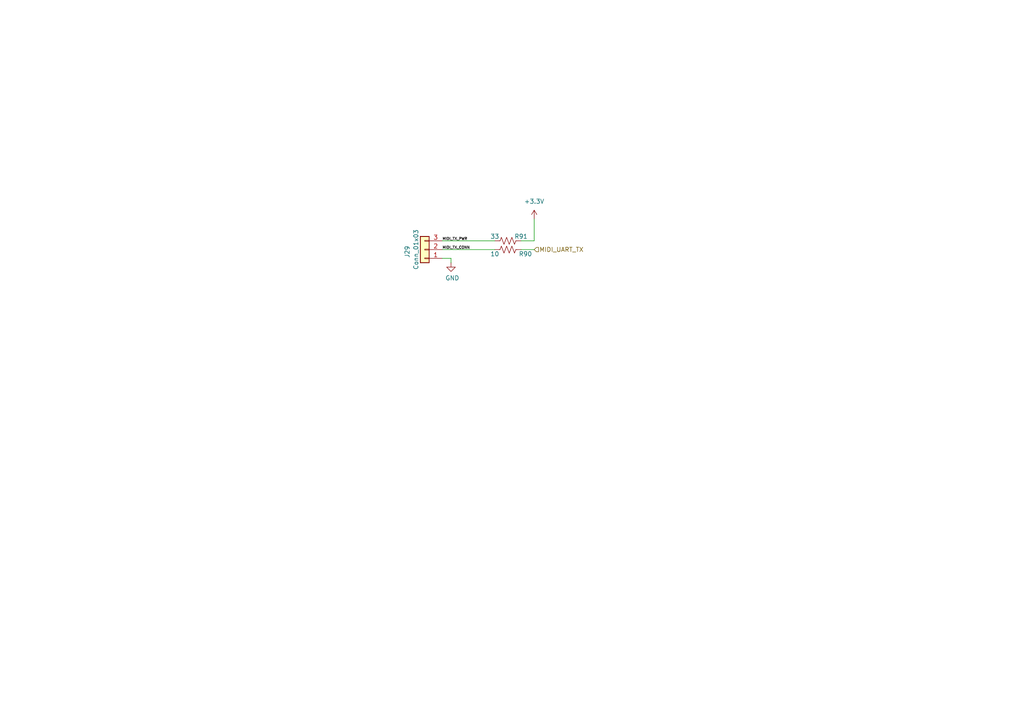
<source format=kicad_sch>
(kicad_sch (version 20230121) (generator eeschema)
  (paper "A4")
  (lib_symbols
    (symbol "4ms_Connector:Conn_01x03" (pin_names (offset 1.016) hide)
      (property "Reference" "J" (at 0 5.08 0))
      (property "Value" "Conn_01x03" (at 0 -5.08 0))
      (symbol "Conn_01x03_1_1"
        (rectangle (start -1.27 -2.413) (end 0 -2.667) (stroke (width 0.1524)))
        (rectangle (start -1.27 0.127) (end 0 -0.127) (stroke (width 0.1524)))
        (rectangle (start -1.27 2.667) (end 0 2.413) (stroke (width 0.1524)))
        (rectangle (start -1.27 3.81) (end 1.27 -3.81) (stroke (width 0.254)) (fill (type background)))
        (pin passive line (at -5.08 2.54 0) (length 3.81) (name "Pin_1") (number "1"))
        (pin passive line (at -5.08 0 0) (length 3.81) (name "Pin_2") (number "2"))
        (pin passive line (at -5.08 -2.54 0) (length 3.81) (name "Pin_3") (number "3"))
      )
    )
    (symbol "Device:R_US" (pin_numbers hide) (pin_names (offset 0))
      (property "Reference" "R" (at 2.54 0 90))
      (property "Value" "R_US" (at -2.54 0 90))
      (symbol "R_US_0_1"
        (polyline (pts (xy 0 -2.286) (xy 0 -2.54)))
        (polyline (pts (xy 0 2.286) (xy 0 2.54)))
        (polyline (pts (xy 0 -0.762) (xy 1.016 -1.143) (xy 0 -1.524) (xy -1.016 -1.905) (xy 0 -2.286)))
        (polyline (pts (xy 0 0.762) (xy 1.016 0.381) (xy 0 0) (xy -1.016 -0.381) (xy 0 -0.762)))
        (polyline (pts (xy 0 2.286) (xy 1.016 1.905) (xy 0 1.524) (xy -1.016 1.143) (xy 0 0.762)))
      )
      (symbol "R_US_1_1"
        (pin passive line (at 0 3.81 270) (length 1.27) (name "~") (number "1"))
        (pin passive line (at 0 -3.81 90) (length 1.27) (name "~") (number "2"))
      )
    )
    (symbol "power:+3.3V" (power) (pin_names (offset 0))
      (property "Value" "+3.3V" (at 0 3.556 0))
      (symbol "+3.3V_0_1"
        (polyline (pts (xy -0.762 1.27) (xy 0 2.54)))
        (polyline (pts (xy 0 0) (xy 0 2.54)))
        (polyline (pts (xy 0 2.54) (xy 0.762 1.27)))
      )
      (symbol "+3.3V_1_1"
        (pin power_in line (at 0 0 90) (length 0) hide (name "+3.3V") (number "1"))
      )
    )
    (symbol "power:GND" (power) (pin_names (offset 0))
      (property "Value" "GND" (at 0 -3.81 0))
      (symbol "GND_0_1"
        (polyline (pts (xy 0 0) (xy 0 -1.27) (xy 1.27 -1.27) (xy 0 -2.54) (xy -1.27 -1.27) (xy 0 -1.27)))
      )
      (symbol "GND_1_1"
        (pin power_in line (at 0 0 270) (length 0) hide (name "GND") (number "1"))
      )
    )
  )
  (wire (pts (xy 130.81 74.93) (xy 130.81 76.2)))
  (wire (pts (xy 151.13 72.39) (xy 154.94 72.39)))
  (wire (pts (xy 154.94 69.85) (xy 151.13 69.85)))
  (wire (pts (xy 154.94 63.5) (xy 154.94 69.85)))
  (wire (pts (xy 128.27 74.93) (xy 130.81 74.93)))
  (wire (pts (xy 128.27 72.39) (xy 143.51 72.39)))
  (wire (pts (xy 128.27 69.85) (xy 143.51 69.85)))
  (label "MIDI_TX_CONN" (at 128.27 72.39 0) (effects (font (size 0.75 0.75))))
  (label "MIDI_TX_PWR" (at 128.27 69.85 0) (effects (font (size 0.75 0.75))))
  (hierarchical_label "MIDI_UART_TX" (shape input) (at 154.94 72.39 0))
  (symbol (lib_id "power:+3.3V") (at 154.94 63.5 0) (unit 1)
    (property "Reference" "#PWR061" (effects hide))
    (property "Value" "+3.3V" (at 154.94 58.42 0))
    (instances (project "DaisySeedBreakout" (path "" (reference "#PWR061") (unit 1)) (path "" (reference "#PWR063") (unit 1)) (path "" (reference "#PWR067") (unit 1))))
  )
  (symbol (lib_id "Device:R_US") (at 147.32 72.39 270) (unit 1)
    (property "Reference" "R90" (at 152.4 73.66 90))
    (property "Value" "10" (at 143.51 73.66 90))
    (property "Footprint" "Resistor_SMD:R_0402_1005Metric" (effects hide))
    (property "Specks" "0402" (effects hide))
    (instances (project "DaisySeedBreakout" (path "" (reference "R90") (unit 1)) (path "" (reference "R32") (unit 1)) (path "" (reference "R52") (unit 1))))
  )
  (symbol (lib_id "4ms_Connector:Conn_01x03") (at 123.19 72.39 180) (unit 1)
    (property "Reference" "J29" (at 118.11 73.025 90))
    (property "Value" "Conn_01x03" (at 120.65 72.39 90))
    (property "Footprint" "FemaleHeaders:PinHeader_1x03_P2.54mm_Vertical_Female" (effects hide))
    (property "Specifications" "HEADER 1x3 MALE PINS 0.100” 180deg" (effects hide))
    (property "Manufacturer" "TAD" (effects hide))
    (property "Part Number" "1-0301FBV0T" (effects hide))
    (instances (project "DaisySeedBreakout" (path "" (reference "J29") (unit 1)) (path "" (reference "J1") (unit 1))))
  )
  (symbol (lib_id "Device:R_US") (at 147.32 69.85 270) (unit 1)
    (property "Reference" "R91" (at 151.13 68.58 90))
    (property "Value" "33" (at 143.51 68.58 90))
    (property "Footprint" "Resistor_SMD:R_0402_1005Metric" (effects hide))
    (property "Specks" "0402" (effects hide))
    (instances (project "DaisySeedBreakout" (path "" (reference "R91") (unit 1)) (path "" (reference "R32") (unit 1)) (path "" (reference "R53") (unit 1))))
  )
  (symbol (lib_id "power:GND") (at 130.81 76.2 0) (unit 1)
    (property "Reference" "#PWR064" (effects hide))
    (property "Value" "GND" (at 131.191 80.645 0))
  )
)
</source>
